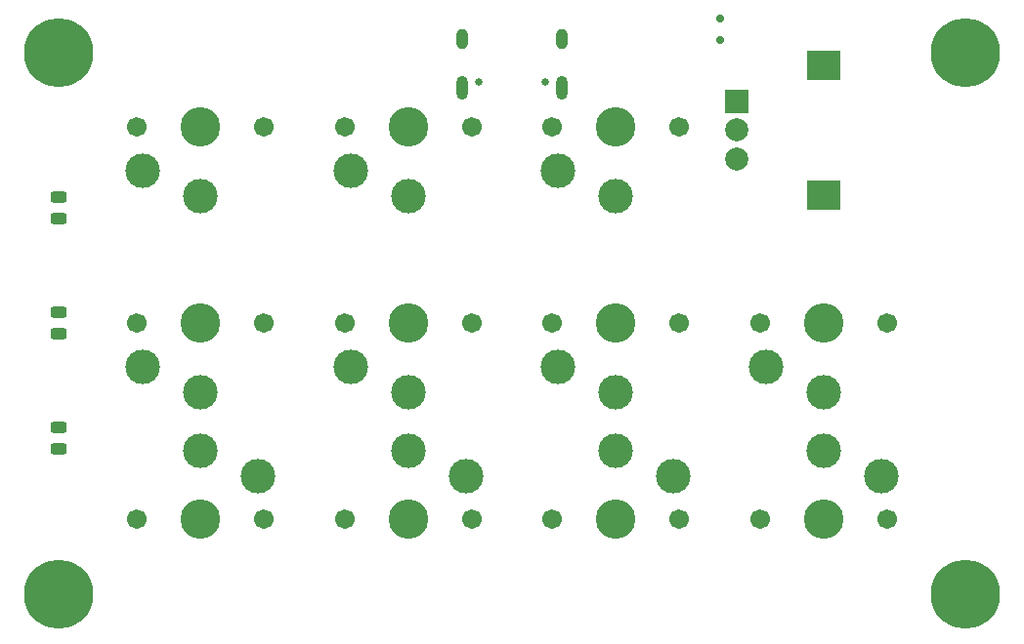
<source format=gbr>
%TF.GenerationSoftware,KiCad,Pcbnew,(7.0.0)*%
%TF.CreationDate,2023-03-20T18:36:51-07:00*%
%TF.ProjectId,Credit Card PCB V1,43726564-6974-4204-9361-726420504342,rev?*%
%TF.SameCoordinates,Original*%
%TF.FileFunction,Soldermask,Top*%
%TF.FilePolarity,Negative*%
%FSLAX46Y46*%
G04 Gerber Fmt 4.6, Leading zero omitted, Abs format (unit mm)*
G04 Created by KiCad (PCBNEW (7.0.0)) date 2023-03-20 18:36:51*
%MOMM*%
%LPD*%
G01*
G04 APERTURE LIST*
G04 Aperture macros list*
%AMRoundRect*
0 Rectangle with rounded corners*
0 $1 Rounding radius*
0 $2 $3 $4 $5 $6 $7 $8 $9 X,Y pos of 4 corners*
0 Add a 4 corners polygon primitive as box body*
4,1,4,$2,$3,$4,$5,$6,$7,$8,$9,$2,$3,0*
0 Add four circle primitives for the rounded corners*
1,1,$1+$1,$2,$3*
1,1,$1+$1,$4,$5*
1,1,$1+$1,$6,$7*
1,1,$1+$1,$8,$9*
0 Add four rect primitives between the rounded corners*
20,1,$1+$1,$2,$3,$4,$5,0*
20,1,$1+$1,$4,$5,$6,$7,0*
20,1,$1+$1,$6,$7,$8,$9,0*
20,1,$1+$1,$8,$9,$2,$3,0*%
G04 Aperture macros list end*
%ADD10C,0.700000*%
%ADD11C,6.000000*%
%ADD12R,2.000000X2.000000*%
%ADD13C,2.000000*%
%ADD14R,3.000000X2.500000*%
%ADD15RoundRect,0.243750X-0.456250X0.243750X-0.456250X-0.243750X0.456250X-0.243750X0.456250X0.243750X0*%
%ADD16C,1.701800*%
%ADD17C,3.000000*%
%ADD18C,3.429000*%
%ADD19C,0.650000*%
%ADD20O,1.000000X1.800000*%
%ADD21O,1.000000X2.100000*%
G04 APERTURE END LIST*
D10*
%TO.C,SW0*%
X145000000Y-67400000D03*
X145000000Y-65600000D03*
%TD*%
%TO.C,H3*%
X167416726Y-116666726D03*
X166250000Y-113850000D03*
X165083274Y-114333274D03*
X164600000Y-115500000D03*
X167416726Y-114333274D03*
X165083274Y-116666726D03*
X166250000Y-117150000D03*
D11*
X166250000Y-115500000D03*
D10*
X167900000Y-115500000D03*
%TD*%
%TO.C,H2*%
X88916726Y-116666726D03*
X87750000Y-113850000D03*
X86583274Y-114333274D03*
X86100000Y-115500000D03*
X88916726Y-114333274D03*
X86583274Y-116666726D03*
X87750000Y-117150000D03*
D11*
X87750000Y-115500000D03*
D10*
X89400000Y-115500000D03*
%TD*%
%TO.C,H1*%
X167416726Y-69666726D03*
X166250000Y-66850000D03*
X165083274Y-67333274D03*
X164600000Y-68500000D03*
X167416726Y-67333274D03*
X165083274Y-69666726D03*
X166250000Y-70150000D03*
D11*
X166250000Y-68500000D03*
D10*
X167900000Y-68500000D03*
%TD*%
%TO.C,H0*%
X88916726Y-69666726D03*
X87750000Y-66850000D03*
X86583274Y-67333274D03*
X86100000Y-68500000D03*
X88916726Y-67333274D03*
X86583274Y-69666726D03*
X87750000Y-70150000D03*
D11*
X87750000Y-68500000D03*
D10*
X89400000Y-68500000D03*
%TD*%
D12*
%TO.C,SW1*%
X146499999Y-72749999D03*
D13*
X146500000Y-77750000D03*
X146500000Y-75250000D03*
D14*
X153999999Y-69649999D03*
X153999999Y-80849999D03*
%TD*%
D15*
%TO.C,D13*%
X87750000Y-91062500D03*
X87750000Y-92937500D03*
%TD*%
D16*
%TO.C,MX9*%
X141500000Y-109000000D03*
D17*
X141000000Y-105250000D03*
D18*
X136000000Y-109000000D03*
D17*
X136000000Y-103050000D03*
D16*
X130500000Y-109000000D03*
%TD*%
%TO.C,MX4*%
X112500000Y-92000000D03*
D17*
X113000000Y-95750000D03*
D18*
X118000000Y-92000000D03*
D17*
X118000000Y-97950000D03*
D16*
X123500000Y-92000000D03*
%TD*%
%TO.C,MX5*%
X130500000Y-92000000D03*
D17*
X131000000Y-95750000D03*
D18*
X136000000Y-92000000D03*
D17*
X136000000Y-97950000D03*
D16*
X141500000Y-92000000D03*
%TD*%
D15*
%TO.C,D12*%
X87750000Y-81062500D03*
X87750000Y-82937500D03*
%TD*%
D16*
%TO.C,MX6*%
X148500000Y-92000000D03*
D17*
X149000000Y-95750000D03*
D18*
X154000000Y-92000000D03*
D17*
X154000000Y-97950000D03*
D16*
X159500000Y-92000000D03*
%TD*%
%TO.C,MX2*%
X130500000Y-75000000D03*
D17*
X131000000Y-78750000D03*
D18*
X136000000Y-75000000D03*
D17*
X136000000Y-80950000D03*
D16*
X141500000Y-75000000D03*
%TD*%
%TO.C,MX1*%
X112500000Y-75000000D03*
D17*
X113000000Y-78750000D03*
D18*
X118000000Y-75000000D03*
D17*
X118000000Y-80950000D03*
D16*
X123500000Y-75000000D03*
%TD*%
%TO.C,MX10*%
X159500000Y-109000000D03*
D17*
X159000000Y-105250000D03*
D18*
X154000000Y-109000000D03*
D17*
X154000000Y-103050000D03*
D16*
X148500000Y-109000000D03*
%TD*%
%TO.C,MX0*%
X94500000Y-75000000D03*
D17*
X95000000Y-78750000D03*
D18*
X100000000Y-75000000D03*
D17*
X100000000Y-80950000D03*
D16*
X105500000Y-75000000D03*
%TD*%
D15*
%TO.C,D14*%
X87750000Y-101062500D03*
X87750000Y-102937500D03*
%TD*%
D16*
%TO.C,MX3*%
X94500000Y-92000000D03*
D17*
X95000000Y-95750000D03*
D18*
X100000000Y-92000000D03*
D17*
X100000000Y-97950000D03*
D16*
X105500000Y-92000000D03*
%TD*%
%TO.C,MX7*%
X105500000Y-109000000D03*
D17*
X105000000Y-105250000D03*
D18*
X100000000Y-109000000D03*
D17*
X100000000Y-103050000D03*
D16*
X94500000Y-109000000D03*
%TD*%
%TO.C,MX8*%
X123500000Y-109000000D03*
D17*
X123000000Y-105250000D03*
D18*
X118000000Y-109000000D03*
D17*
X118000000Y-103050000D03*
D16*
X112500000Y-109000000D03*
%TD*%
D19*
%TO.C,J1*%
X124110000Y-71055000D03*
X129890000Y-71055000D03*
D20*
X122679999Y-67374999D03*
D21*
X122679999Y-71554999D03*
D20*
X131319999Y-67374999D03*
D21*
X131319999Y-71554999D03*
%TD*%
M02*

</source>
